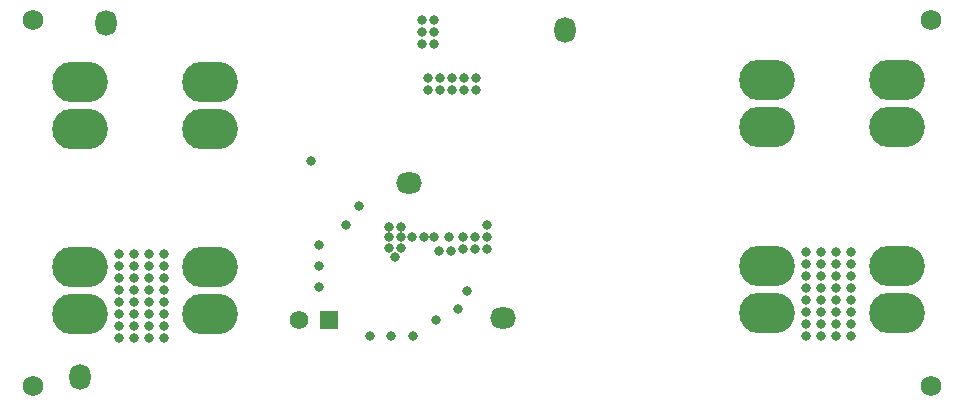
<source format=gbr>
G04*
G04 #@! TF.GenerationSoftware,Altium Limited,Altium Designer,23.0.1 (38)*
G04*
G04 Layer_Color=16711935*
%FSLAX25Y25*%
%MOIN*%
G70*
G04*
G04 #@! TF.SameCoordinates,AE5763C0-F2EE-4BCA-89C6-8F578BEF2D51*
G04*
G04*
G04 #@! TF.FilePolarity,Negative*
G04*
G01*
G75*
%ADD35C,0.06181*%
%ADD36R,0.06181X0.06181*%
%ADD37O,0.18517X0.13595*%
%ADD38C,0.06800*%
%ADD39O,0.08674X0.07099*%
%ADD40O,0.07099X0.08674*%
%ADD41C,0.03162*%
D35*
X100479Y34000D02*
D03*
D36*
X110479D02*
D03*
D37*
X70653Y97531D02*
D03*
Y113279D02*
D03*
X27347Y51468D02*
D03*
X70653Y35721D02*
D03*
X27347Y97531D02*
D03*
Y35721D02*
D03*
Y113279D02*
D03*
X70653Y51468D02*
D03*
X299654Y98032D02*
D03*
Y113779D02*
D03*
X256347Y51968D02*
D03*
X299654Y36220D02*
D03*
X256347Y98032D02*
D03*
Y36220D02*
D03*
Y113779D02*
D03*
X299654Y51968D02*
D03*
D38*
X11811Y11811D02*
D03*
Y133858D02*
D03*
X311024D02*
D03*
Y11811D02*
D03*
D39*
X137133Y79500D02*
D03*
X168500Y34500D02*
D03*
D40*
X27500Y15000D02*
D03*
X36000Y133000D02*
D03*
X189000Y130500D02*
D03*
D41*
X116000Y65500D02*
D03*
X146000Y34000D02*
D03*
X134500Y58000D02*
D03*
X120500Y72000D02*
D03*
X107087Y52000D02*
D03*
X107028Y59000D02*
D03*
X130500Y65000D02*
D03*
X163000Y65500D02*
D03*
Y61500D02*
D03*
Y57500D02*
D03*
X159000D02*
D03*
Y61500D02*
D03*
X155000Y57500D02*
D03*
Y61500D02*
D03*
X104500Y87000D02*
D03*
X138500Y28390D02*
D03*
X131000Y28500D02*
D03*
X269500Y56500D02*
D03*
X274500D02*
D03*
X279500D02*
D03*
X284500D02*
D03*
Y52500D02*
D03*
X279500D02*
D03*
X274500D02*
D03*
X269500D02*
D03*
X284500Y48500D02*
D03*
X279500D02*
D03*
X274500D02*
D03*
X269500D02*
D03*
X284500Y44500D02*
D03*
X279500D02*
D03*
X274500D02*
D03*
X269500D02*
D03*
X284500Y40500D02*
D03*
X279500D02*
D03*
X274500D02*
D03*
X269500D02*
D03*
X284500Y36500D02*
D03*
X279500D02*
D03*
X274500D02*
D03*
X269500D02*
D03*
X284500Y32500D02*
D03*
X279500D02*
D03*
X274500D02*
D03*
X269500D02*
D03*
X284500Y28500D02*
D03*
X279500D02*
D03*
X274500D02*
D03*
X269500D02*
D03*
X40500Y28000D02*
D03*
X45500D02*
D03*
X50500D02*
D03*
X55500D02*
D03*
X40500Y32000D02*
D03*
X45500D02*
D03*
X50500D02*
D03*
X55500D02*
D03*
X40500Y36000D02*
D03*
X45500D02*
D03*
X50500D02*
D03*
X55500D02*
D03*
X40500Y40000D02*
D03*
X45500D02*
D03*
X50500D02*
D03*
X55500D02*
D03*
X40500Y44000D02*
D03*
X45500D02*
D03*
X50500D02*
D03*
X55500D02*
D03*
X40500Y48000D02*
D03*
X45500D02*
D03*
X50500D02*
D03*
X55500D02*
D03*
X40500Y52000D02*
D03*
X45500D02*
D03*
X50500D02*
D03*
X55500D02*
D03*
Y56000D02*
D03*
X50500D02*
D03*
X45500D02*
D03*
X40500D02*
D03*
X107000Y45000D02*
D03*
X150500Y61500D02*
D03*
X151000Y57000D02*
D03*
X147000D02*
D03*
X145500Y61500D02*
D03*
X142000D02*
D03*
X138000D02*
D03*
X132500Y55000D02*
D03*
X130500Y58000D02*
D03*
X134500Y61500D02*
D03*
X130500D02*
D03*
X134500Y65000D02*
D03*
X159500Y114500D02*
D03*
X155500D02*
D03*
X151500D02*
D03*
X143500D02*
D03*
X155500Y110500D02*
D03*
X159500D02*
D03*
X151500D02*
D03*
X147500D02*
D03*
X143500D02*
D03*
X147500Y114500D02*
D03*
X141500Y126000D02*
D03*
Y130000D02*
D03*
Y134000D02*
D03*
X145500D02*
D03*
X124000Y28500D02*
D03*
X156500Y43500D02*
D03*
X145500Y126000D02*
D03*
Y130000D02*
D03*
X153500Y37500D02*
D03*
M02*

</source>
